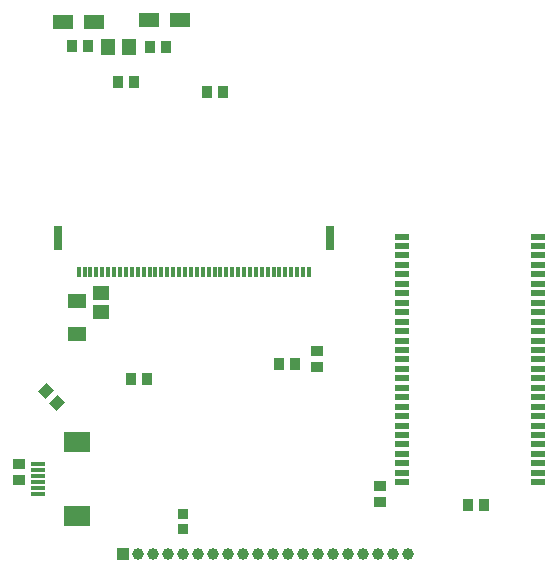
<source format=gbr>
%TF.GenerationSoftware,Altium Limited,Altium Designer,20.2.5 (213)*%
G04 Layer_Color=255*
%FSLAX44Y44*%
%MOMM*%
%TF.SameCoordinates,159794D8-7842-4491-B27A-FE66E37C9FAE*%
%TF.FilePolarity,Positive*%
%TF.FileFunction,Pads,Bot*%
%TF.Part,Single*%
G01*
G75*
%TA.AperFunction,SMDPad,SMDef*%
%ADD18R,0.9000X1.0000*%
%ADD19R,1.0000X0.9000*%
%ADD25R,0.9500X0.8500*%
%TA.AperFunction,ComponentPad*%
%ADD28R,1.0000X1.0000*%
%ADD29C,1.0000*%
%TA.AperFunction,SMDPad,SMDef*%
%ADD36R,1.1500X1.3500*%
%ADD37R,1.6500X1.2000*%
%ADD38R,1.4000X1.3000*%
%ADD39R,1.3000X0.3000*%
%ADD40R,2.2000X1.8000*%
%ADD41R,1.8000X1.2300*%
%ADD42R,0.3000X0.8500*%
%ADD43R,0.8000X2.0000*%
%TA.AperFunction,SMDPad,CuDef*%
%ADD44R,1.1938X0.5080*%
%TA.AperFunction,SMDPad,SMDef*%
G04:AMPARAMS|DCode=45|XSize=1mm|YSize=0.9mm|CornerRadius=0mm|HoleSize=0mm|Usage=FLASHONLY|Rotation=45.000|XOffset=0mm|YOffset=0mm|HoleType=Round|Shape=Rectangle|*
%AMROTATEDRECTD45*
4,1,4,-0.0354,-0.6718,-0.6718,-0.0354,0.0354,0.6718,0.6718,0.0354,-0.0354,-0.6718,0.0*
%
%ADD45ROTATEDRECTD45*%

D18*
X485540Y878840D02*
D03*
X472040D02*
D03*
X406000Y880110D02*
D03*
X419500D02*
D03*
X444970Y849630D02*
D03*
X458470D02*
D03*
X754780Y491490D02*
D03*
X741280D02*
D03*
X533800Y840740D02*
D03*
X520300D02*
D03*
X469538Y598424D02*
D03*
X456038D02*
D03*
X594760Y610870D02*
D03*
X581260D02*
D03*
D19*
X666750Y507530D02*
D03*
Y494030D02*
D03*
X613410Y621430D02*
D03*
Y607930D02*
D03*
X361442Y512426D02*
D03*
Y525926D02*
D03*
D25*
X500380Y470708D02*
D03*
Y483708D02*
D03*
D28*
X449580Y449580D02*
D03*
D29*
X462280D02*
D03*
X474980D02*
D03*
X487680D02*
D03*
X500380D02*
D03*
X513080D02*
D03*
X525780D02*
D03*
X538480D02*
D03*
X551180D02*
D03*
X563880D02*
D03*
X576580D02*
D03*
X589280D02*
D03*
X601980D02*
D03*
X614680D02*
D03*
X627380D02*
D03*
X640080D02*
D03*
X652780D02*
D03*
X665480D02*
D03*
X678180D02*
D03*
X690880D02*
D03*
D36*
X437020Y878840D02*
D03*
X454520D02*
D03*
D37*
X410210Y636240D02*
D03*
Y664240D02*
D03*
D38*
X430530Y671194D02*
D03*
Y655194D02*
D03*
D39*
X377710Y526088D02*
D03*
Y521088D02*
D03*
Y516088D02*
D03*
Y511088D02*
D03*
Y506088D02*
D03*
Y501088D02*
D03*
D40*
X410210Y545088D02*
D03*
Y482088D02*
D03*
D41*
X471640Y901700D02*
D03*
X497840D02*
D03*
X424580Y900430D02*
D03*
X398380D02*
D03*
D42*
X606810Y688340D02*
D03*
X601810D02*
D03*
X596810D02*
D03*
X586810D02*
D03*
X581810D02*
D03*
X576810D02*
D03*
X566810D02*
D03*
X561810D02*
D03*
X556810D02*
D03*
X546810D02*
D03*
X541810D02*
D03*
X536810D02*
D03*
X526810D02*
D03*
X521810D02*
D03*
X516810D02*
D03*
X506810D02*
D03*
X501810D02*
D03*
X496810D02*
D03*
X486810D02*
D03*
X481810D02*
D03*
X476810D02*
D03*
X466810D02*
D03*
X461810D02*
D03*
X456810D02*
D03*
X446810D02*
D03*
X441810D02*
D03*
X436810D02*
D03*
X426810D02*
D03*
X421810D02*
D03*
X416810D02*
D03*
X591810D02*
D03*
X571810D02*
D03*
X551810D02*
D03*
X531810D02*
D03*
X511810D02*
D03*
X491810D02*
D03*
X471810D02*
D03*
X451810D02*
D03*
X431810D02*
D03*
X411810D02*
D03*
D43*
X624912Y717860D02*
D03*
X394392Y717296D02*
D03*
D44*
X685546Y510680D02*
D03*
Y518680D02*
D03*
Y526680D02*
D03*
Y534680D02*
D03*
Y542680D02*
D03*
Y550680D02*
D03*
Y558680D02*
D03*
Y566680D02*
D03*
Y574680D02*
D03*
Y582680D02*
D03*
Y590680D02*
D03*
Y598680D02*
D03*
Y606680D02*
D03*
Y614680D02*
D03*
Y622680D02*
D03*
Y630680D02*
D03*
Y638680D02*
D03*
Y646680D02*
D03*
Y654680D02*
D03*
Y662680D02*
D03*
Y670680D02*
D03*
Y678680D02*
D03*
Y686680D02*
D03*
Y694680D02*
D03*
Y702680D02*
D03*
Y710680D02*
D03*
Y718680D02*
D03*
X800354D02*
D03*
Y710680D02*
D03*
Y702680D02*
D03*
Y694680D02*
D03*
Y686680D02*
D03*
Y678680D02*
D03*
Y670680D02*
D03*
Y662680D02*
D03*
Y654680D02*
D03*
Y646680D02*
D03*
Y638680D02*
D03*
Y630680D02*
D03*
Y622680D02*
D03*
Y614680D02*
D03*
Y606680D02*
D03*
Y598680D02*
D03*
Y590680D02*
D03*
Y582680D02*
D03*
Y574680D02*
D03*
Y566680D02*
D03*
Y558680D02*
D03*
Y550680D02*
D03*
Y542680D02*
D03*
Y534680D02*
D03*
Y526680D02*
D03*
Y518680D02*
D03*
Y510680D02*
D03*
D45*
X383847Y587703D02*
D03*
X393393Y578157D02*
D03*
%TF.MD5,cc4c1096eb2466fe0ee2ed59770ee833*%
M02*

</source>
